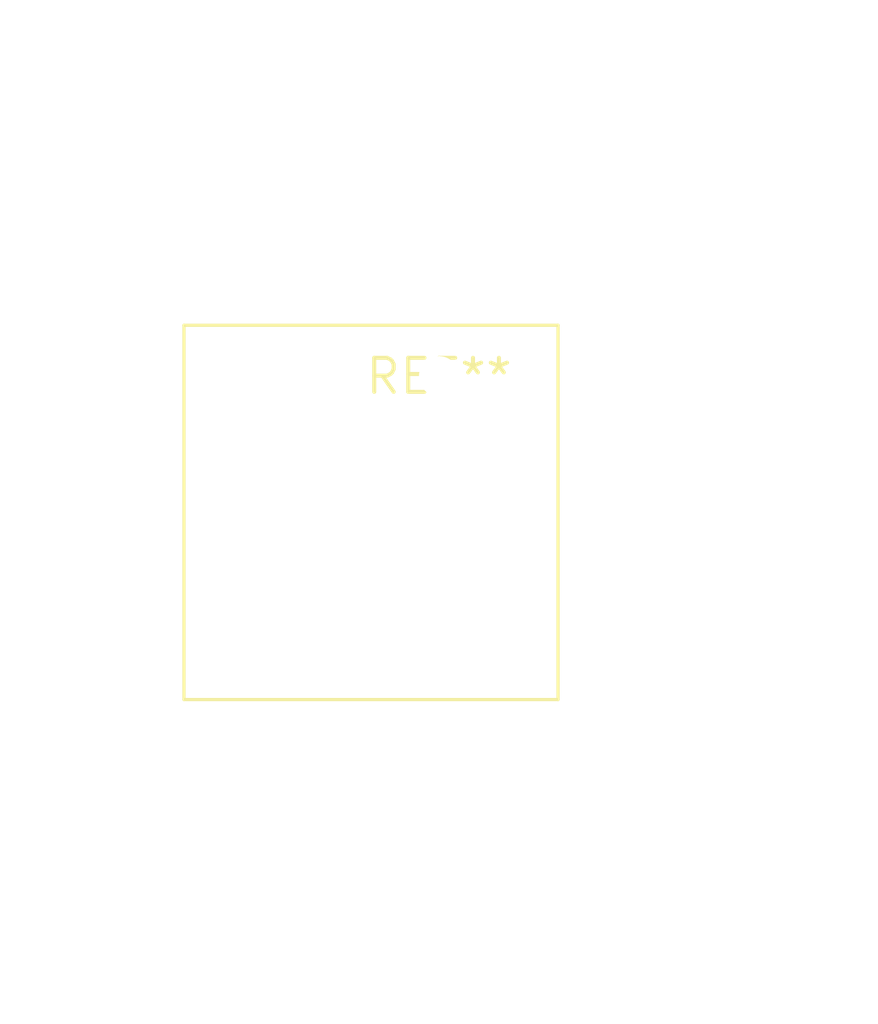
<source format=kicad_pcb>
(kicad_pcb (version 20240108) (generator pcbnew)
  (layers (0 "F.Cu" signal) (31 "B.Cu" signal) (34 "B.Paste" user) (35 "F.Paste" user) (36 "B.SilkS" user "B.Silkscreen") (37 "F.SilkS" user "F.Silkscreen") (38 "B.Mask" user) (39 "F.Mask" user) (44 "Edge.Cuts" user))
  (net 0 "")
  (footprint "SW_Cherry_MX_2.00u_Vertical_PCB" (layer "F.Cu") (at 0 0)
    (property "Reference" "REF**")
    (property "Value" "SW_Cherry_MX_2.00u_Vertical_PCB")
    (fp_line (start -9.525 -1.905) (end 4.445 -1.905) (layer "F.SilkS") (stroke (width 0.12)))
    (fp_line (start -9.525 12.065) (end -9.525 -1.905) (layer "F.SilkS") (stroke (width 0.12)))
    (fp_line (start 4.445 -1.905) (end 4.445 12.065) (layer "F.SilkS") (stroke (width 0.12)))
    (fp_line (start 4.445 12.065) (end -9.525 12.065) (layer "F.SilkS") (stroke (width 0.12)))
    (pad "" np_thru_hole circle (at -9.54 -6.82) (size 3.05 3.05) (drill 3.05) (layers *.Cu *.Mask))
    (pad "" np_thru_hole circle (at -9.54 16.98) (size 3.05 3.05) (drill 3.05) (layers *.Cu *.Mask))
    (pad "" np_thru_hole circle (at -7.62 5.08) (size 1.7 1.7) (drill 1.7) (layers *.Cu *.Mask))
    (pad "" np_thru_hole circle (at -2.54 5.08) (size 4 4) (drill 4) (layers *.Cu *.Mask))
    (pad "" np_thru_hole circle (at 2.54 5.08) (size 1.7 1.7) (drill 1.7) (layers *.Cu *.Mask))
    (pad "" np_thru_hole circle (at 5.7 -6.82) (size 4 4) (drill 4) (layers *.Cu *.Mask))
    (pad "" np_thru_hole circle (at 5.7 16.98) (size 4 4) (drill 4) (layers *.Cu *.Mask))
    (pad "1" thru_hole circle (at 0 0) (size 2.2 2.2) (drill 1.5) (layers *.Cu *.Mask) (remove_unused_layers))
    (pad "2" thru_hole circle (at -6.35 2.54) (size 2.2 2.2) (drill 1.5) (layers *.Cu *.Mask) (remove_unused_layers))
  )
)
</source>
